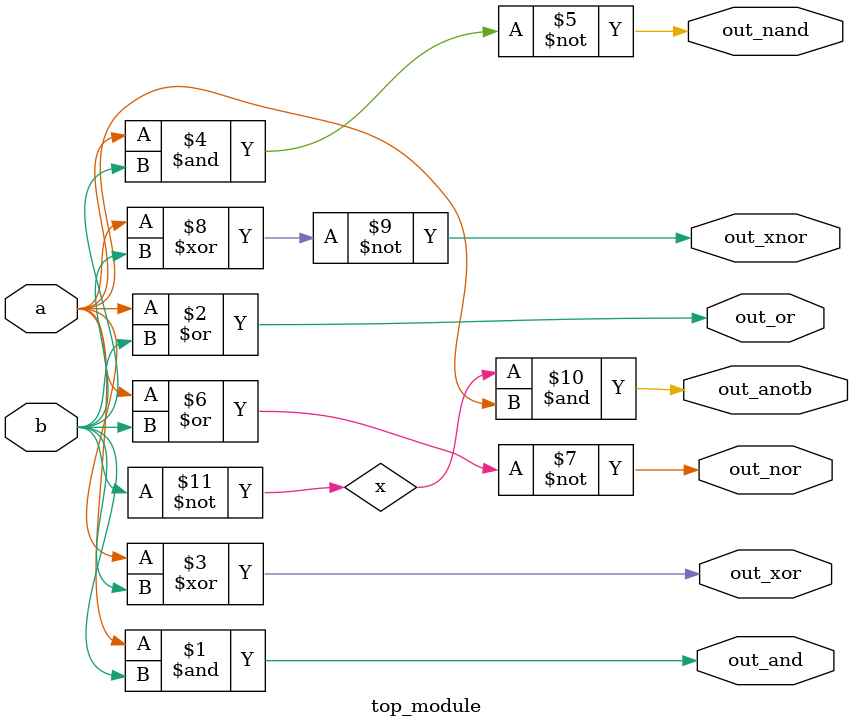
<source format=v>
module top_module( 
    input a, b,
    output out_and,
    output out_or,
    output out_xor,
    output out_nand,
    output out_nor,
    output out_xnor,
    output out_anotb
);
    wire x;
    and(out_and,a,b);
    or(out_or,a,b);
    xor(out_xor,a,b);
    nand(out_nand,a,b);
    nor(out_nor,a,b);
    xnor(out_xnor,a,b);
    not(x,b);
    and(out_anotb,x,a);
endmodule

</source>
